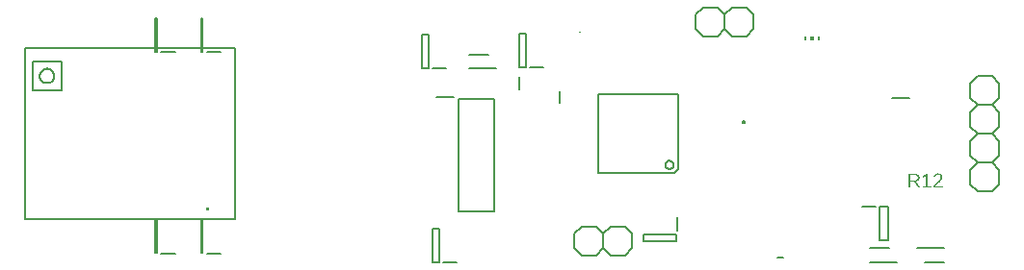
<source format=gto>
G04 EAGLE Gerber RS-274X export*
G75*
%MOMM*%
%FSLAX34Y34*%
%LPD*%
%INSilkscreen Top*%
%IPPOS*%
%AMOC8*
5,1,8,0,0,1.08239X$1,22.5*%
G01*
G04 Define Apertures*
%ADD10C,0.152400*%
%ADD11C,0.200000*%
%ADD12C,0.203200*%
%ADD13R,0.150000X0.300000*%
%ADD14R,0.300000X0.300000*%
G36*
X772245Y76200D02*
X770572Y76200D01*
X770572Y88541D01*
X776379Y88541D01*
X776885Y88526D01*
X777361Y88482D01*
X777808Y88410D01*
X778226Y88308D01*
X778613Y88176D01*
X778971Y88016D01*
X779299Y87827D01*
X779597Y87608D01*
X779863Y87363D01*
X780094Y87096D01*
X780289Y86806D01*
X780448Y86492D01*
X780572Y86156D01*
X780661Y85797D01*
X780714Y85416D01*
X780732Y85011D01*
X780719Y84674D01*
X780681Y84351D01*
X780619Y84041D01*
X780531Y83745D01*
X780419Y83463D01*
X780281Y83195D01*
X780118Y82940D01*
X779930Y82699D01*
X779720Y82475D01*
X779491Y82274D01*
X779244Y82093D01*
X779133Y82027D01*
X778977Y81935D01*
X778691Y81798D01*
X778386Y81682D01*
X778062Y81589D01*
X777719Y81516D01*
X779210Y79253D01*
X781222Y76200D01*
X779295Y76200D01*
X776090Y81324D01*
X772245Y81324D01*
X772245Y76200D01*
G37*
%LPC*%
G36*
X776282Y82646D02*
X776603Y82656D01*
X776906Y82685D01*
X777190Y82733D01*
X777455Y82801D01*
X777701Y82887D01*
X777929Y82994D01*
X778137Y83119D01*
X778327Y83264D01*
X778497Y83426D01*
X778643Y83603D01*
X778768Y83796D01*
X778869Y84005D01*
X778948Y84229D01*
X779005Y84468D01*
X779039Y84723D01*
X779050Y84994D01*
X779038Y85255D01*
X779004Y85500D01*
X778947Y85730D01*
X778867Y85943D01*
X778764Y86140D01*
X778639Y86321D01*
X778490Y86487D01*
X778319Y86636D01*
X778126Y86768D01*
X777913Y86883D01*
X777680Y86980D01*
X777426Y87060D01*
X777153Y87121D01*
X776859Y87165D01*
X776546Y87192D01*
X776212Y87201D01*
X772245Y87201D01*
X772245Y82646D01*
X776282Y82646D01*
G37*
%LPD*%
G36*
X801080Y76200D02*
X792909Y76200D01*
X792909Y77312D01*
X793144Y77810D01*
X793405Y78277D01*
X793689Y78714D01*
X793999Y79121D01*
X794325Y79504D01*
X794659Y79868D01*
X795002Y80213D01*
X795352Y80540D01*
X796058Y81152D01*
X796758Y81718D01*
X797420Y82261D01*
X798015Y82804D01*
X798282Y83079D01*
X798522Y83360D01*
X798735Y83648D01*
X798921Y83943D01*
X799073Y84250D01*
X799181Y84578D01*
X799246Y84925D01*
X799267Y85291D01*
X799258Y85538D01*
X799230Y85771D01*
X799184Y85989D01*
X799118Y86193D01*
X799035Y86383D01*
X798932Y86559D01*
X798811Y86721D01*
X798672Y86868D01*
X798516Y86999D01*
X798345Y87113D01*
X798160Y87209D01*
X797960Y87288D01*
X797746Y87350D01*
X797517Y87393D01*
X797274Y87420D01*
X797016Y87428D01*
X796770Y87420D01*
X796535Y87394D01*
X796311Y87351D01*
X796098Y87292D01*
X795896Y87215D01*
X795705Y87121D01*
X795525Y87009D01*
X795357Y86881D01*
X795202Y86737D01*
X795064Y86580D01*
X794943Y86408D01*
X794839Y86223D01*
X794751Y86024D01*
X794681Y85811D01*
X794627Y85584D01*
X794590Y85344D01*
X792979Y85493D01*
X793037Y85853D01*
X793123Y86195D01*
X793238Y86518D01*
X793380Y86822D01*
X793552Y87107D01*
X793751Y87373D01*
X793979Y87620D01*
X794236Y87849D01*
X794516Y88054D01*
X794815Y88232D01*
X795134Y88383D01*
X795472Y88506D01*
X795829Y88602D01*
X796205Y88670D01*
X796601Y88711D01*
X797016Y88725D01*
X797469Y88711D01*
X797895Y88670D01*
X798294Y88601D01*
X798666Y88505D01*
X799011Y88381D01*
X799329Y88230D01*
X799621Y88051D01*
X799885Y87844D01*
X800120Y87613D01*
X800324Y87358D01*
X800496Y87080D01*
X800637Y86779D01*
X800747Y86455D01*
X800825Y86108D01*
X800872Y85737D01*
X800888Y85344D01*
X800867Y84985D01*
X800806Y84628D01*
X800703Y84272D01*
X800559Y83916D01*
X800375Y83562D01*
X800151Y83207D01*
X799887Y82852D01*
X799583Y82497D01*
X799185Y82094D01*
X798639Y81593D01*
X797945Y80995D01*
X797104Y80299D01*
X796626Y79897D01*
X796200Y79516D01*
X795825Y79155D01*
X795501Y78814D01*
X795224Y78487D01*
X794989Y78165D01*
X794795Y77850D01*
X794643Y77540D01*
X801080Y77540D01*
X801080Y76200D01*
G37*
G36*
X791138Y76200D02*
X783404Y76200D01*
X783404Y77540D01*
X786548Y77540D01*
X786548Y87034D01*
X783763Y85046D01*
X783763Y86535D01*
X786680Y88541D01*
X788134Y88541D01*
X788134Y77540D01*
X791138Y77540D01*
X791138Y76200D01*
G37*
G36*
X156536Y56070D02*
X154144Y56070D01*
X154144Y58757D01*
X156536Y58757D01*
X156536Y56070D01*
G37*
D10*
X498350Y88750D02*
X498350Y158850D01*
X568450Y158850D01*
X568450Y92300D01*
X564900Y88750D02*
X498350Y88750D01*
X564900Y88750D02*
X568450Y92300D01*
X557240Y96368D02*
X557242Y96487D01*
X557248Y96607D01*
X557258Y96726D01*
X557272Y96844D01*
X557290Y96962D01*
X557311Y97080D01*
X557337Y97196D01*
X557366Y97312D01*
X557400Y97427D01*
X557437Y97540D01*
X557478Y97652D01*
X557522Y97763D01*
X557570Y97873D01*
X557622Y97980D01*
X557677Y98086D01*
X557736Y98190D01*
X557799Y98292D01*
X557864Y98391D01*
X557933Y98489D01*
X558005Y98584D01*
X558080Y98677D01*
X558159Y98767D01*
X558240Y98855D01*
X558324Y98939D01*
X558411Y99021D01*
X558500Y99100D01*
X558592Y99176D01*
X558687Y99249D01*
X558784Y99319D01*
X558883Y99385D01*
X558985Y99448D01*
X559088Y99508D01*
X559193Y99564D01*
X559300Y99617D01*
X559409Y99666D01*
X559520Y99712D01*
X559632Y99753D01*
X559745Y99791D01*
X559859Y99826D01*
X559975Y99856D01*
X560091Y99883D01*
X560208Y99905D01*
X560326Y99924D01*
X560445Y99939D01*
X560564Y99950D01*
X560683Y99957D01*
X560802Y99960D01*
X560922Y99959D01*
X561041Y99954D01*
X561160Y99945D01*
X561279Y99932D01*
X561397Y99915D01*
X561514Y99895D01*
X561631Y99870D01*
X561747Y99841D01*
X561862Y99809D01*
X561976Y99773D01*
X562089Y99733D01*
X562200Y99689D01*
X562309Y99642D01*
X562417Y99591D01*
X562524Y99537D01*
X562628Y99479D01*
X562730Y99417D01*
X562831Y99353D01*
X562929Y99284D01*
X563025Y99213D01*
X563118Y99139D01*
X563209Y99061D01*
X563297Y98981D01*
X563382Y98897D01*
X563465Y98811D01*
X563545Y98722D01*
X563622Y98631D01*
X563695Y98537D01*
X563766Y98440D01*
X563833Y98342D01*
X563897Y98241D01*
X563958Y98138D01*
X564015Y98033D01*
X564068Y97927D01*
X564118Y97818D01*
X564165Y97708D01*
X564207Y97597D01*
X564246Y97484D01*
X564282Y97370D01*
X564313Y97254D01*
X564340Y97138D01*
X564364Y97021D01*
X564384Y96903D01*
X564400Y96785D01*
X564412Y96666D01*
X564420Y96547D01*
X564424Y96428D01*
X564424Y96308D01*
X564420Y96189D01*
X564412Y96070D01*
X564400Y95951D01*
X564384Y95833D01*
X564364Y95715D01*
X564340Y95598D01*
X564313Y95482D01*
X564282Y95366D01*
X564246Y95252D01*
X564207Y95139D01*
X564165Y95028D01*
X564118Y94918D01*
X564068Y94809D01*
X564015Y94703D01*
X563958Y94598D01*
X563897Y94495D01*
X563833Y94394D01*
X563766Y94296D01*
X563695Y94199D01*
X563622Y94105D01*
X563545Y94014D01*
X563465Y93925D01*
X563382Y93839D01*
X563297Y93755D01*
X563209Y93675D01*
X563118Y93597D01*
X563025Y93523D01*
X562929Y93452D01*
X562831Y93383D01*
X562730Y93319D01*
X562628Y93257D01*
X562524Y93199D01*
X562417Y93145D01*
X562309Y93094D01*
X562200Y93047D01*
X562089Y93003D01*
X561976Y92963D01*
X561862Y92927D01*
X561747Y92895D01*
X561631Y92866D01*
X561514Y92841D01*
X561397Y92821D01*
X561279Y92804D01*
X561160Y92791D01*
X561041Y92782D01*
X560922Y92777D01*
X560802Y92776D01*
X560683Y92779D01*
X560564Y92786D01*
X560445Y92797D01*
X560326Y92812D01*
X560208Y92831D01*
X560091Y92853D01*
X559975Y92880D01*
X559859Y92910D01*
X559745Y92945D01*
X559632Y92983D01*
X559520Y93024D01*
X559409Y93070D01*
X559300Y93119D01*
X559193Y93172D01*
X559088Y93228D01*
X558985Y93288D01*
X558883Y93351D01*
X558784Y93417D01*
X558687Y93487D01*
X558592Y93560D01*
X558500Y93636D01*
X558411Y93715D01*
X558324Y93797D01*
X558240Y93881D01*
X558159Y93969D01*
X558080Y94059D01*
X558005Y94152D01*
X557933Y94247D01*
X557864Y94345D01*
X557799Y94444D01*
X557736Y94546D01*
X557677Y94650D01*
X557622Y94756D01*
X557570Y94863D01*
X557522Y94973D01*
X557478Y95084D01*
X557437Y95196D01*
X557400Y95309D01*
X557366Y95424D01*
X557337Y95540D01*
X557311Y95656D01*
X557290Y95774D01*
X557272Y95892D01*
X557258Y96010D01*
X557248Y96129D01*
X557242Y96249D01*
X557240Y96368D01*
D11*
X625950Y132750D02*
X626012Y132752D01*
X626073Y132758D01*
X626134Y132767D01*
X626194Y132780D01*
X626253Y132797D01*
X626311Y132818D01*
X626368Y132842D01*
X626423Y132869D01*
X626476Y132900D01*
X626528Y132934D01*
X626577Y132971D01*
X626624Y133011D01*
X626668Y133054D01*
X626709Y133099D01*
X626748Y133147D01*
X626784Y133198D01*
X626816Y133250D01*
X626845Y133304D01*
X626871Y133360D01*
X626893Y133418D01*
X626912Y133476D01*
X626927Y133536D01*
X626938Y133597D01*
X626946Y133658D01*
X626950Y133719D01*
X626950Y133781D01*
X626946Y133842D01*
X626938Y133903D01*
X626927Y133964D01*
X626912Y134024D01*
X626893Y134082D01*
X626871Y134140D01*
X626845Y134196D01*
X626816Y134250D01*
X626784Y134302D01*
X626748Y134353D01*
X626709Y134401D01*
X626668Y134446D01*
X626624Y134489D01*
X626577Y134529D01*
X626528Y134566D01*
X626476Y134600D01*
X626423Y134631D01*
X626368Y134658D01*
X626311Y134682D01*
X626253Y134703D01*
X626194Y134720D01*
X626134Y134733D01*
X626073Y134742D01*
X626012Y134748D01*
X625950Y134750D01*
X625888Y134748D01*
X625827Y134742D01*
X625766Y134733D01*
X625706Y134720D01*
X625647Y134703D01*
X625589Y134682D01*
X625532Y134658D01*
X625477Y134631D01*
X625424Y134600D01*
X625372Y134566D01*
X625323Y134529D01*
X625276Y134489D01*
X625232Y134446D01*
X625191Y134401D01*
X625152Y134353D01*
X625116Y134302D01*
X625084Y134250D01*
X625055Y134196D01*
X625029Y134140D01*
X625007Y134082D01*
X624988Y134024D01*
X624973Y133964D01*
X624962Y133903D01*
X624954Y133842D01*
X624950Y133781D01*
X624950Y133719D01*
X624954Y133658D01*
X624962Y133597D01*
X624973Y133536D01*
X624988Y133476D01*
X625007Y133418D01*
X625029Y133360D01*
X625055Y133304D01*
X625084Y133250D01*
X625116Y133198D01*
X625152Y133147D01*
X625191Y133099D01*
X625232Y133054D01*
X625276Y133011D01*
X625323Y132971D01*
X625372Y132934D01*
X625424Y132900D01*
X625477Y132869D01*
X625532Y132842D01*
X625589Y132818D01*
X625647Y132797D01*
X625706Y132780D01*
X625766Y132767D01*
X625827Y132758D01*
X625888Y132752D01*
X625950Y132750D01*
X464185Y150960D02*
X464185Y161460D01*
X434800Y182100D02*
X428800Y182100D01*
X428800Y211600D01*
X434800Y211600D01*
X434800Y182100D01*
X438300Y181850D02*
X450300Y181850D01*
X358600Y10650D02*
X352600Y10650D01*
X352600Y40150D01*
X358600Y40150D01*
X358600Y10650D01*
X362100Y10400D02*
X374100Y10400D01*
X375160Y154250D02*
X407160Y154250D01*
X407160Y55250D01*
X375160Y55250D01*
X375160Y154250D01*
X371660Y156200D02*
X356160Y156200D01*
X745800Y59130D02*
X752800Y59130D01*
X752800Y29770D01*
X745800Y29770D01*
X745800Y59130D01*
X742300Y59450D02*
X730300Y59450D01*
X736990Y10260D02*
X761090Y10260D01*
X753990Y22760D02*
X736990Y22760D01*
X567200Y28750D02*
X567200Y34750D01*
X567200Y28750D02*
X537700Y28750D01*
X537700Y34750D01*
X567200Y34750D01*
X567450Y38250D02*
X567450Y50250D01*
D12*
X656005Y14735D02*
X661005Y14735D01*
D11*
X756735Y154925D02*
X771985Y154925D01*
D13*
X680435Y207875D03*
X692435Y207875D03*
D14*
X686435Y207875D03*
D10*
X825500Y130150D02*
X831850Y123800D01*
X825500Y130150D02*
X825500Y142850D01*
X831850Y149200D01*
X844550Y149200D01*
X850900Y142850D01*
X850900Y130150D01*
X844550Y123800D01*
X825500Y92050D02*
X825500Y79350D01*
X825500Y92050D02*
X831850Y98400D01*
X844550Y98400D01*
X850900Y92050D01*
X831850Y98400D02*
X825500Y104750D01*
X825500Y117450D01*
X831850Y123800D01*
X844550Y123800D01*
X850900Y117450D01*
X850900Y104750D01*
X844550Y98400D01*
X844550Y73000D02*
X831850Y73000D01*
X825500Y79350D01*
X844550Y73000D02*
X850900Y79350D01*
X850900Y92050D01*
X825500Y155550D02*
X825500Y168250D01*
X831850Y174600D01*
X844550Y174600D01*
X850900Y168250D01*
X831850Y149200D02*
X825500Y155550D01*
X844550Y149200D02*
X850900Y155550D01*
X850900Y168250D01*
X628650Y209550D02*
X615950Y209550D01*
X609600Y215900D01*
X609600Y228600D01*
X615950Y234950D01*
X635000Y228600D02*
X635000Y215900D01*
X628650Y209550D01*
X635000Y228600D02*
X628650Y234950D01*
X615950Y234950D01*
X609600Y215900D02*
X603250Y209550D01*
X590550Y209550D01*
X584200Y215900D01*
X584200Y228600D01*
X590550Y234950D01*
X603250Y234950D01*
X609600Y228600D01*
D11*
X481890Y213390D02*
X481892Y213419D01*
X481898Y213447D01*
X481907Y213474D01*
X481921Y213499D01*
X481937Y213523D01*
X481957Y213543D01*
X481979Y213562D01*
X482003Y213576D01*
X482030Y213588D01*
X482057Y213596D01*
X482086Y213600D01*
X482114Y213600D01*
X482143Y213596D01*
X482170Y213588D01*
X482197Y213576D01*
X482221Y213562D01*
X482243Y213543D01*
X482263Y213523D01*
X482279Y213499D01*
X482293Y213474D01*
X482302Y213447D01*
X482308Y213419D01*
X482310Y213390D01*
X482308Y213361D01*
X482302Y213333D01*
X482293Y213306D01*
X482279Y213281D01*
X482263Y213257D01*
X482243Y213237D01*
X482221Y213218D01*
X482197Y213204D01*
X482170Y213192D01*
X482143Y213184D01*
X482114Y213180D01*
X482086Y213180D01*
X482057Y213184D01*
X482030Y213192D01*
X482003Y213204D01*
X481979Y213218D01*
X481957Y213237D01*
X481937Y213257D01*
X481921Y213281D01*
X481907Y213306D01*
X481898Y213333D01*
X481892Y213361D01*
X481890Y213390D01*
X778150Y22760D02*
X802250Y22760D01*
X802250Y10260D02*
X785250Y10260D01*
X110750Y195820D02*
X109250Y195820D01*
X109250Y225020D01*
X110750Y225020D01*
X110750Y195820D01*
X114250Y195420D02*
X126750Y195420D01*
X110750Y18630D02*
X109250Y18630D01*
X109250Y47830D01*
X110750Y47830D01*
X110750Y18630D01*
X114250Y18230D02*
X126750Y18230D01*
X149250Y18630D02*
X150750Y18630D01*
X149250Y18630D02*
X149250Y47830D01*
X150750Y47830D01*
X150750Y18630D01*
X154250Y18230D02*
X166750Y18230D01*
X150750Y195820D02*
X149250Y195820D01*
X149250Y225020D01*
X150750Y225020D01*
X150750Y195820D01*
X154250Y195420D02*
X166750Y195420D01*
X428625Y173525D02*
X428625Y163025D01*
X349075Y181465D02*
X343075Y181465D01*
X343075Y210965D01*
X349075Y210965D01*
X349075Y181465D01*
X352575Y181215D02*
X364575Y181215D01*
X384565Y181075D02*
X408665Y181075D01*
X401565Y193575D02*
X384565Y193575D01*
D10*
X483870Y41910D02*
X496570Y41910D01*
X502920Y35560D01*
X502920Y22860D01*
X496570Y16510D01*
X477520Y22860D02*
X477520Y35560D01*
X483870Y41910D01*
X477520Y22860D02*
X483870Y16510D01*
X496570Y16510D01*
X509270Y41910D02*
X521970Y41910D01*
X528320Y35560D01*
X528320Y22860D01*
X521970Y16510D01*
X502920Y22860D02*
X502920Y35560D01*
X509270Y41910D01*
X502920Y22860D02*
X509270Y16510D01*
X521970Y16510D01*
X178830Y48850D02*
X-5250Y48850D01*
X-5250Y198850D02*
X178830Y198850D01*
X178830Y48850D01*
X-5250Y48850D02*
X-5250Y198850D01*
X26500Y187350D02*
X26500Y161950D01*
X26500Y187350D02*
X1100Y187350D01*
X1100Y161950D01*
X26500Y161950D01*
X7450Y174650D02*
X7452Y174809D01*
X7458Y174968D01*
X7468Y175126D01*
X7482Y175285D01*
X7500Y175443D01*
X7521Y175600D01*
X7547Y175757D01*
X7577Y175913D01*
X7610Y176069D01*
X7648Y176223D01*
X7689Y176377D01*
X7734Y176529D01*
X7783Y176680D01*
X7836Y176830D01*
X7892Y176979D01*
X7953Y177126D01*
X8016Y177271D01*
X8084Y177415D01*
X8155Y177558D01*
X8229Y177698D01*
X8307Y177836D01*
X8389Y177973D01*
X8474Y178107D01*
X8562Y178240D01*
X8653Y178370D01*
X8748Y178497D01*
X8846Y178622D01*
X8947Y178745D01*
X9051Y178865D01*
X9158Y178983D01*
X9268Y179098D01*
X9381Y179210D01*
X9496Y179319D01*
X9614Y179425D01*
X9735Y179529D01*
X9859Y179629D01*
X9984Y179726D01*
X10113Y179820D01*
X10243Y179910D01*
X10376Y179998D01*
X10511Y180082D01*
X10648Y180162D01*
X10787Y180240D01*
X10928Y180313D01*
X11070Y180383D01*
X11215Y180450D01*
X11361Y180513D01*
X11508Y180572D01*
X11657Y180628D01*
X11808Y180679D01*
X11959Y180727D01*
X12112Y180771D01*
X12266Y180812D01*
X12420Y180848D01*
X12576Y180881D01*
X12732Y180910D01*
X12889Y180934D01*
X13047Y180955D01*
X13205Y180972D01*
X13363Y180985D01*
X13522Y180994D01*
X13681Y180999D01*
X13840Y181000D01*
X13999Y180997D01*
X14157Y180990D01*
X14316Y180979D01*
X14474Y180964D01*
X14632Y180945D01*
X14789Y180922D01*
X14946Y180896D01*
X15102Y180865D01*
X15257Y180831D01*
X15411Y180792D01*
X15565Y180750D01*
X15717Y180704D01*
X15868Y180654D01*
X16017Y180600D01*
X16166Y180543D01*
X16312Y180482D01*
X16458Y180417D01*
X16601Y180349D01*
X16743Y180277D01*
X16883Y180201D01*
X17021Y180123D01*
X17157Y180040D01*
X17291Y179955D01*
X17422Y179866D01*
X17552Y179773D01*
X17679Y179678D01*
X17803Y179579D01*
X17926Y179477D01*
X18045Y179373D01*
X18162Y179265D01*
X18276Y179154D01*
X18387Y179041D01*
X18496Y178925D01*
X18601Y178806D01*
X18704Y178684D01*
X18803Y178560D01*
X18900Y178434D01*
X18993Y178305D01*
X19083Y178174D01*
X19169Y178040D01*
X19252Y177905D01*
X19332Y177767D01*
X19408Y177628D01*
X19481Y177487D01*
X19550Y177344D01*
X19616Y177199D01*
X19678Y177052D01*
X19736Y176905D01*
X19791Y176755D01*
X19842Y176605D01*
X19889Y176453D01*
X19932Y176300D01*
X19971Y176146D01*
X20007Y175991D01*
X20038Y175835D01*
X20066Y175679D01*
X20090Y175522D01*
X20110Y175364D01*
X20126Y175206D01*
X20138Y175047D01*
X20146Y174888D01*
X20150Y174729D01*
X20150Y174571D01*
X20146Y174412D01*
X20138Y174253D01*
X20126Y174094D01*
X20110Y173936D01*
X20090Y173778D01*
X20066Y173621D01*
X20038Y173465D01*
X20007Y173309D01*
X19971Y173154D01*
X19932Y173000D01*
X19889Y172847D01*
X19842Y172695D01*
X19791Y172545D01*
X19736Y172395D01*
X19678Y172248D01*
X19616Y172101D01*
X19550Y171956D01*
X19481Y171813D01*
X19408Y171672D01*
X19332Y171533D01*
X19252Y171395D01*
X19169Y171260D01*
X19083Y171126D01*
X18993Y170995D01*
X18900Y170866D01*
X18803Y170740D01*
X18704Y170616D01*
X18601Y170494D01*
X18496Y170375D01*
X18387Y170259D01*
X18276Y170146D01*
X18162Y170035D01*
X18045Y169927D01*
X17926Y169823D01*
X17803Y169721D01*
X17679Y169622D01*
X17552Y169527D01*
X17422Y169434D01*
X17291Y169345D01*
X17157Y169260D01*
X17021Y169177D01*
X16883Y169099D01*
X16743Y169023D01*
X16601Y168951D01*
X16458Y168883D01*
X16312Y168818D01*
X16166Y168757D01*
X16017Y168700D01*
X15868Y168646D01*
X15717Y168596D01*
X15565Y168550D01*
X15411Y168508D01*
X15257Y168469D01*
X15102Y168435D01*
X14946Y168404D01*
X14789Y168378D01*
X14632Y168355D01*
X14474Y168336D01*
X14316Y168321D01*
X14157Y168310D01*
X13999Y168303D01*
X13840Y168300D01*
X13681Y168301D01*
X13522Y168306D01*
X13363Y168315D01*
X13205Y168328D01*
X13047Y168345D01*
X12889Y168366D01*
X12732Y168390D01*
X12576Y168419D01*
X12420Y168452D01*
X12266Y168488D01*
X12112Y168529D01*
X11959Y168573D01*
X11808Y168621D01*
X11657Y168672D01*
X11508Y168728D01*
X11361Y168787D01*
X11215Y168850D01*
X11070Y168917D01*
X10928Y168987D01*
X10787Y169060D01*
X10648Y169138D01*
X10511Y169218D01*
X10376Y169302D01*
X10243Y169390D01*
X10113Y169480D01*
X9984Y169574D01*
X9859Y169671D01*
X9735Y169771D01*
X9614Y169875D01*
X9496Y169981D01*
X9381Y170090D01*
X9268Y170202D01*
X9158Y170317D01*
X9051Y170435D01*
X8947Y170555D01*
X8846Y170678D01*
X8748Y170803D01*
X8653Y170930D01*
X8562Y171060D01*
X8474Y171193D01*
X8389Y171327D01*
X8307Y171464D01*
X8229Y171602D01*
X8155Y171742D01*
X8084Y171885D01*
X8016Y172029D01*
X7953Y172174D01*
X7892Y172321D01*
X7836Y172470D01*
X7783Y172620D01*
X7734Y172771D01*
X7689Y172923D01*
X7648Y173077D01*
X7610Y173231D01*
X7577Y173387D01*
X7547Y173543D01*
X7521Y173700D01*
X7500Y173857D01*
X7482Y174015D01*
X7468Y174174D01*
X7458Y174332D01*
X7452Y174491D01*
X7450Y174650D01*
M02*

</source>
